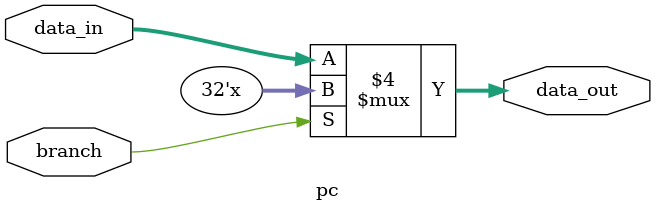
<source format=v>
module pc(data_out,data_in,branch);
    
    output reg [31:0] data_out;
    input wire [31:0] data_in;
    input wire branch;
   
   always @(data_in,branch)
        begin          
              if(!branch)
                		data_out <= data_in;
              else
                	 data_out <= data_out;
         end 
endmodule

</source>
